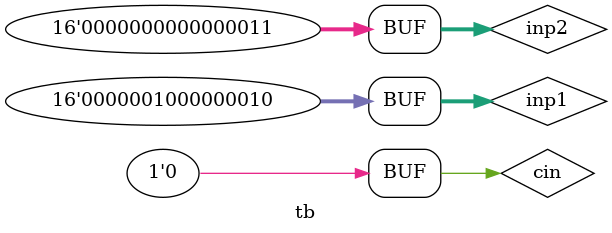
<source format=sv>
`include "add.v"
module tb;
  wire  [15:0] sum;
  wire  [15:0]cout;
  reg [15:0] inp1, inp2;
  reg cin;
  full_adder_16 dut(inp1,inp2,cin,sum,cout);
  initial begin
    inp1 = 16'b1000000010;
    inp2 = 16'b11;
   //inp1 = $urandom;
   //inp2 = $urandom;
   //cin = $urandom;
    cin = 0;
    $monitor("inp1 %0d inp2 %0d cin %0d cout %0d sum %0d", inp1,inp2,cin,cout,sum);
    end
endmodule


</source>
